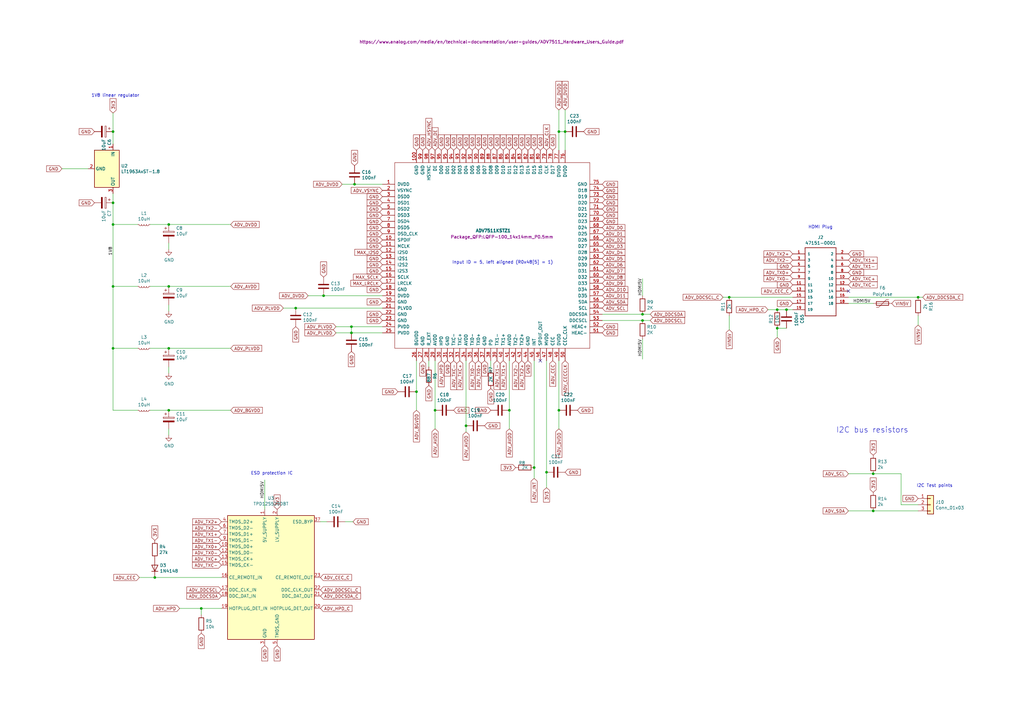
<source format=kicad_sch>
(kicad_sch (version 20230121) (generator eeschema)
  (paper "A3")
  (title_block (rev "0.1") (company "deFEEST"))
  (lib_symbols
    (symbol "47151-0001:47151-0001" (pin_names (offset 1.016))
      (property "Reference" "J" (at 19.05 7.62 0))
      (property "Value" "47151-0001" (at 19.05 5.08 0))
      (symbol "47151-0001_0_0"
        (polyline (pts (xy 5.08 2.54) (xy 5.08 -25.4)) (stroke (width 0.254)))
        (polyline (pts (xy 5.08 2.54) (xy 17.78 2.54)) (stroke (width 0.254)))
        (polyline (pts (xy 17.78 -25.4) (xy 5.08 -25.4)) (stroke (width 0.254)))
        (polyline (pts (xy 17.78 -25.4) (xy 17.78 2.54)) (stroke (width 0.254)))
        (pin bidirectional line (at 0 0 0) (length 5.08) (name "1") (number "1"))
        (pin bidirectional line (at 22.86 -10.16 180) (length 5.08) (name "10") (number "10"))
        (pin bidirectional line (at 0 -12.7 0) (length 5.08) (name "11") (number "11"))
        (pin bidirectional line (at 22.86 -12.7 180) (length 5.08) (name "12") (number "12"))
        (pin bidirectional line (at 0 -15.24 0) (length 5.08) (name "13") (number "13"))
        (pin bidirectional line (at 22.86 -15.24 180) (length 5.08) (name "14") (number "14"))
        (pin bidirectional line (at 0 -17.78 0) (length 5.08) (name "15") (number "15"))
        (pin bidirectional line (at 22.86 -17.78 180) (length 5.08) (name "16") (number "16"))
        (pin bidirectional line (at 0 -20.32 0) (length 5.08) (name "17") (number "17"))
        (pin bidirectional line (at 22.86 -20.32 180) (length 5.08) (name "18") (number "18"))
        (pin bidirectional line (at 0 -22.86 0) (length 5.08) (name "19") (number "19"))
        (pin bidirectional line (at 22.86 0 180) (length 5.08) (name "2") (number "2"))
        (pin bidirectional line (at 0 -2.54 0) (length 5.08) (name "3") (number "3"))
        (pin bidirectional line (at 22.86 -2.54 180) (length 5.08) (name "4") (number "4"))
        (pin bidirectional line (at 0 -5.08 0) (length 5.08) (name "5") (number "5"))
        (pin bidirectional line (at 22.86 -5.08 180) (length 5.08) (name "6") (number "6"))
        (pin bidirectional line (at 0 -7.62 0) (length 5.08) (name "7") (number "7"))
        (pin bidirectional line (at 22.86 -7.62 180) (length 5.08) (name "8") (number "8"))
        (pin bidirectional line (at 0 -10.16 0) (length 5.08) (name "9") (number "9"))
      )
    )
    (symbol "Connector_Generic:Conn_01x03" (pin_names (offset 1.016) hide)
      (property "Reference" "J" (at 0 5.08 0))
      (property "Value" "Conn_01x03" (at 0 -5.08 0))
      (symbol "Conn_01x03_1_1"
        (rectangle (start -1.27 -2.413) (end 0 -2.667) (stroke (width 0.1524)))
        (rectangle (start -1.27 0.127) (end 0 -0.127) (stroke (width 0.1524)))
        (rectangle (start -1.27 2.667) (end 0 2.413) (stroke (width 0.1524)))
        (rectangle (start -1.27 3.81) (end 1.27 -3.81) (stroke (width 0.254)) (fill (type background)))
        (pin passive line (at -5.08 2.54 0) (length 3.81) (name "Pin_1") (number "1"))
        (pin passive line (at -5.08 0 0) (length 3.81) (name "Pin_2") (number "2"))
        (pin passive line (at -5.08 -2.54 0) (length 3.81) (name "Pin_3") (number "3"))
      )
    )
    (symbol "Device:C" (pin_numbers hide) (pin_names (offset 0.254))
      (property "Reference" "C" (at 0.635 2.54 0))
      (property "Value" "C" (at 0.635 -2.54 0))
      (symbol "C_0_1"
        (polyline (pts (xy -2.032 -0.762) (xy 2.032 -0.762)) (stroke (width 0.508)))
        (polyline (pts (xy -2.032 0.762) (xy 2.032 0.762)) (stroke (width 0.508)))
      )
      (symbol "C_1_1"
        (pin passive line (at 0 3.81 270) (length 2.794) (name "~") (number "1"))
        (pin passive line (at 0 -3.81 90) (length 2.794) (name "~") (number "2"))
      )
    )
    (symbol "Device:CP" (pin_numbers hide) (pin_names (offset 0.254))
      (property "Reference" "C" (at 0.635 2.54 0))
      (property "Value" "Device_CP" (at 0.635 -2.54 0))
      (symbol "CP_0_1"
        (rectangle (start -2.286 0.508) (end 2.286 1.016))
        (polyline (pts (xy -1.778 2.286) (xy -0.762 2.286)))
        (polyline (pts (xy -1.27 2.794) (xy -1.27 1.778)))
        (rectangle (start 2.286 -0.508) (end -2.286 -1.016) (fill (type outline)))
      )
      (symbol "CP_1_1"
        (pin passive line (at 0 3.81 270) (length 2.794) (name "~") (number "1"))
        (pin passive line (at 0 -3.81 90) (length 2.794) (name "~") (number "2"))
      )
    )
    (symbol "Device:D" (pin_numbers hide) (pin_names (offset 1.016) hide)
      (property "Reference" "D" (at 0 2.54 0))
      (property "Value" "D" (at 0 -2.54 0))
      (symbol "D_0_1"
        (polyline (pts (xy -1.27 1.27) (xy -1.27 -1.27)) (stroke (width 0.254)))
        (polyline (pts (xy 1.27 0) (xy -1.27 0)))
        (polyline (pts (xy 1.27 1.27) (xy 1.27 -1.27) (xy -1.27 0) (xy 1.27 1.27)) (stroke (width 0.254)))
      )
      (symbol "D_1_1"
        (pin passive line (at -3.81 0 0) (length 2.54) (name "K") (number "1"))
        (pin passive line (at 3.81 0 180) (length 2.54) (name "A") (number "2"))
      )
    )
    (symbol "Device:L_Small" (pin_numbers hide) (pin_names (offset 0.254) hide)
      (property "Reference" "L" (at 0.762 1.016 0))
      (property "Value" "L_Small" (at 0.762 -1.016 0))
      (symbol "L_Small_0_1"
        (arc (start 0 -2.032) (mid 0.5058 -1.524) (end 0 -1.016))
        (arc (start 0 -1.016) (mid 0.5058 -0.508) (end 0 0))
        (arc (start 0 0) (mid 0.5058 0.508) (end 0 1.016))
        (arc (start 0 1.016) (mid 0.5058 1.524) (end 0 2.032))
      )
      (symbol "L_Small_1_1"
        (pin passive line (at 0 2.54 270) (length 0.508) (name "~") (number "1"))
        (pin passive line (at 0 -2.54 90) (length 0.508) (name "~") (number "2"))
      )
    )
    (symbol "Device:Polyfuse" (pin_numbers hide) (pin_names (offset 0))
      (property "Reference" "F" (at -2.54 0 90))
      (property "Value" "Polyfuse" (at 2.54 0 90))
      (symbol "Polyfuse_0_1"
        (rectangle (start -0.762 2.54) (end 0.762 -2.54) (stroke (width 0.254)))
        (polyline (pts (xy 0 2.54) (xy 0 -2.54)))
        (polyline (pts (xy -1.524 2.54) (xy -1.524 1.524) (xy 1.524 -1.524) (xy 1.524 -2.54)))
      )
      (symbol "Polyfuse_1_1"
        (pin passive line (at 0 3.81 270) (length 1.27) (name "~") (number "1"))
        (pin passive line (at 0 -3.81 90) (length 1.27) (name "~") (number "2"))
      )
    )
    (symbol "Device:R" (pin_numbers hide) (pin_names (offset 0))
      (property "Reference" "R" (at 2.032 0 90))
      (property "Value" "R" (at 0 0 90))
      (symbol "R_0_1"
        (rectangle (start -1.016 -2.54) (end 1.016 2.54) (stroke (width 0.254)))
      )
      (symbol "R_1_1"
        (pin passive line (at 0 3.81 270) (length 1.27) (name "~") (number "1"))
        (pin passive line (at 0 -3.81 90) (length 1.27) (name "~") (number "2"))
      )
    )
    (symbol "Interface_HDMI:TPD12S520DBT"
      (property "Reference" "U" (at -17.78 26.67 0))
      (property "Value" "TPD12S520DBT" (at 17.78 26.67 0))
      (symbol "TPD12S520DBT_0_1"
        (rectangle (start -17.78 25.4) (end 17.78 -25.4) (stroke (width 0.254)) (fill (type background)))
      )
      (symbol "TPD12S520DBT_1_1"
        (pin power_in line (at -2.54 27.94 270) (length 2.54) (name "5V_SUPPLY") (number "1"))
        (pin passive line (at -20.32 12.7 0) (length 2.54) (name "TMDS_D0+") (number "10"))
        (pin passive line (at 2.54 -27.94 90) (length 2.54) hide (name "TMDS_GND") (number "11"))
        (pin passive line (at -20.32 10.16 0) (length 2.54) (name "TMDS_D0-") (number "12"))
        (pin passive line (at -20.32 7.62 0) (length 2.54) (name "TMDS_CK+") (number "13"))
        (pin passive line (at 2.54 -27.94 90) (length 2.54) hide (name "TMDS_GND") (number "14"))
        (pin passive line (at -20.32 5.08 0) (length 2.54) (name "TMDS_CK-") (number "15"))
        (pin bidirectional line (at -20.32 0 0) (length 2.54) (name "CE_REMOTE_IN") (number "16"))
        (pin bidirectional line (at -20.32 -5.08 0) (length 2.54) (name "DDC_CLK_IN") (number "17"))
        (pin bidirectional line (at -20.32 -7.62 0) (length 2.54) (name "DDC_DAT_IN") (number "18"))
        (pin bidirectional line (at -20.32 -12.7 0) (length 2.54) (name "HOTPLUG_DET_IN") (number "19"))
        (pin power_in line (at 2.54 27.94 270) (length 2.54) (name "LV_SUPPLY") (number "2"))
        (pin bidirectional line (at 20.32 -12.7 180) (length 2.54) (name "HOTPLUG_DET_OUT") (number "20"))
        (pin bidirectional line (at 20.32 -7.62 180) (length 2.54) (name "DDC_DAT_OUT") (number "21"))
        (pin bidirectional line (at 20.32 -5.08 180) (length 2.54) (name "DDC_CLK_OUT") (number "22"))
        (pin bidirectional line (at 20.32 0 180) (length 2.54) (name "CE_REMOTE_OUT") (number "23"))
        (pin passive line (at -20.32 5.08 0) (length 2.54) hide (name "TMDS_CK-") (number "24"))
        (pin passive line (at 2.54 -27.94 90) (length 2.54) hide (name "TMDS_GND") (number "25"))
        (pin passive line (at -20.32 7.62 0) (length 2.54) hide (name "TMDS_CK+") (number "26"))
        (pin passive line (at -20.32 10.16 0) (length 2.54) hide (name "TMDS_D0-") (number "27"))
        (pin passive line (at 2.54 -27.94 90) (length 2.54) hide (name "TMDS_GND") (number "28"))
        (pin passive line (at -20.32 12.7 0) (length 2.54) hide (name "TMDS_D0+") (number "29"))
        (pin power_in line (at -2.54 -27.94 90) (length 2.54) (name "GND") (number "3"))
        (pin passive line (at -20.32 15.24 0) (length 2.54) hide (name "TMDS_D1-") (number "30"))
        (pin passive line (at 2.54 -27.94 90) (length 2.54) hide (name "TMDS_GND") (number "31"))
        (pin passive line (at -20.32 17.78 0) (length 2.54) hide (name "TMDS_D1+") (number "32"))
        (pin passive line (at -20.32 20.32 0) (length 2.54) hide (name "TMDS_D2-") (number "33"))
        (pin passive line (at 2.54 -27.94 90) (length 2.54) hide (name "TMDS_GND") (number "34"))
        (pin passive line (at -20.32 22.86 0) (length 2.54) hide (name "TMDS_D2+") (number "35"))
        (pin passive line (at -2.54 -27.94 90) (length 2.54) hide (name "GND") (number "36"))
        (pin passive line (at 20.32 22.86 180) (length 2.54) (name "ESD_BYP") (number "37"))
        (pin no_connect line (at 17.78 20.32 180) (length 2.54) hide (name "NC") (number "38"))
        (pin passive line (at -20.32 22.86 0) (length 2.54) (name "TMDS_D2+") (number "4"))
        (pin passive line (at 2.54 -27.94 90) (length 2.54) (name "TMDS_GND") (number "5"))
        (pin passive line (at -20.32 20.32 0) (length 2.54) (name "TMDS_D2-") (number "6"))
        (pin passive line (at -20.32 17.78 0) (length 2.54) (name "TMDS_D1+") (number "7"))
        (pin passive line (at 2.54 -27.94 90) (length 2.54) hide (name "TMDS_GND") (number "8"))
        (pin passive line (at -20.32 15.24 0) (length 2.54) (name "TMDS_D1-") (number "9"))
      )
    )
    (symbol "Regulator_Linear:LT1963AxST-1.8"
      (property "Reference" "U" (at -7.62 6.35 0))
      (property "Value" "LT1963AxST-1.8" (at -1.27 6.35 0))
      (symbol "LT1963AxST-1.8_0_1"
        (rectangle (start -7.62 5.08) (end 7.62 -5.08) (stroke (width 0.254)) (fill (type background)))
      )
      (symbol "LT1963AxST-1.8_1_1"
        (pin power_in line (at -10.16 2.54 0) (length 2.54) (name "IN") (number "1"))
        (pin power_in line (at 0 -7.62 90) (length 2.54) (name "GND") (number "2"))
        (pin power_out line (at 10.16 2.54 180) (length 2.54) (name "OUT") (number "3"))
      )
    )
    (symbol "adv7511:adv7511kstz" (pin_names (offset 1.016))
      (property "Reference" "ADV7511KSTZ" (at 7.62 63.5 0))
      (property "Footprint" "Package_QFP:LQFP-100_14x14mm_P0.5mm" (at 10.16 71.12 0))
      (symbol "adv7511kstz_0_0"
        (pin power_in line (at -34.29 99.06 0) (length 5.08) (name "DVDD") (number "1"))
        (pin input line (at -34.29 76.2 0) (length 5.08) (name "SPDIF") (number "10"))
        (pin power_in line (at -20.32 113.03 270) (length 5.08) (name "GND") (number "100"))
        (pin input line (at -34.29 73.66 0) (length 5.08) (name "MCLK") (number "11"))
        (pin input line (at -34.29 71.12 0) (length 5.08) (name "I2S0") (number "12"))
        (pin input line (at -34.29 68.58 0) (length 5.08) (name "I2S1") (number "13"))
        (pin input line (at -34.29 66.04 0) (length 5.08) (name "I2S2") (number "14"))
        (pin input line (at -34.29 63.5 0) (length 5.08) (name "I2S3") (number "15"))
        (pin input line (at -34.29 60.96 0) (length 5.08) (name "SCLK") (number "16"))
        (pin input line (at -34.29 58.42 0) (length 5.08) (name "LRCLK") (number "17"))
        (pin power_in line (at -34.29 55.88 0) (length 5.08) (name "GND") (number "18"))
        (pin power_in line (at -34.29 53.34 0) (length 5.08) (name "DVDD") (number "19"))
        (pin input line (at -34.29 96.52 0) (length 5.08) (name "VSYNC") (number "2"))
        (pin power_in line (at -34.29 50.8 0) (length 5.08) (name "GND") (number "20"))
        (pin power_in line (at -34.29 48.26 0) (length 5.08) (name "PLVDD") (number "21"))
        (pin power_in line (at -34.29 45.72 0) (length 5.08) (name "GND") (number "22"))
        (pin power_in line (at -34.29 43.18 0) (length 5.08) (name "GND") (number "23"))
        (pin power_in line (at -34.29 40.64 0) (length 5.08) (name "PVDD") (number "24"))
        (pin power_in line (at -34.29 38.1 0) (length 5.08) (name "PVDD") (number "25"))
        (pin power_in line (at -20.32 26.67 90) (length 5.08) (name "BGVDD") (number "26"))
        (pin power_in line (at -17.78 26.67 90) (length 5.08) (name "GND") (number "27"))
        (pin power_out line (at -15.24 26.67 90) (length 5.08) (name "R_EXT") (number "28"))
        (pin power_in line (at -12.7 26.67 90) (length 5.08) (name "AVDD") (number "29"))
        (pin input line (at -34.29 93.98 0) (length 5.08) (name "DSD0") (number "3"))
        (pin input line (at -10.16 26.67 90) (length 5.08) (name "HPD") (number "30"))
        (pin power_in line (at -7.62 26.67 90) (length 5.08) (name "GND") (number "31"))
        (pin output line (at -5.08 26.67 90) (length 5.08) (name "TXC-") (number "32"))
        (pin output line (at -2.54 26.67 90) (length 5.08) (name "TXC+") (number "33"))
        (pin power_in line (at 0 26.67 90) (length 5.08) (name "AVDD") (number "34"))
        (pin output line (at 2.54 26.67 90) (length 5.08) (name "TX0-") (number "35"))
        (pin output line (at 5.08 26.67 90) (length 5.08) (name "TX0+") (number "36"))
        (pin power_in line (at 7.62 26.67 90) (length 5.08) (name "GND") (number "37"))
        (pin input line (at 10.16 26.67 90) (length 5.08) (name "PD") (number "38"))
        (pin output line (at 12.7 26.67 90) (length 5.08) (name "TX1-") (number "39"))
        (pin input line (at -34.29 91.44 0) (length 5.08) (name "DSD1") (number "4"))
        (pin output line (at 15.24 26.67 90) (length 5.08) (name "TX1+") (number "40"))
        (pin power_in line (at 17.78 26.67 90) (length 5.08) (name "AVDD") (number "41"))
        (pin output line (at 20.32 26.67 90) (length 5.08) (name "TX2-") (number "42"))
        (pin output line (at 22.86 26.67 90) (length 5.08) (name "TX2+") (number "43"))
        (pin power_in line (at 25.4 26.67 90) (length 5.08) (name "GND") (number "44"))
        (pin output line (at 27.94 26.67 90) (length 5.08) (name "INT") (number "45"))
        (pin output line (at 30.48 26.67 90) (length 5.08) (name "SPDIF_OUT") (number "46"))
        (pin power_in line (at 33.02 26.67 90) (length 5.08) (name "MVDD") (number "47"))
        (pin bidirectional line (at 35.56 26.67 90) (length 5.08) (name "CEC") (number "48"))
        (pin power_in line (at 38.1 26.67 90) (length 5.08) (name "DVDD") (number "49"))
        (pin input line (at -34.29 88.9 0) (length 5.08) (name "DSD2") (number "5"))
        (pin input line (at 40.64 26.67 90) (length 5.08) (name "CEC_CLK") (number "50"))
        (pin input line (at 55.88 38.1 180) (length 5.08) (name "HEAC-") (number "51"))
        (pin input line (at 55.88 40.64 180) (length 5.08) (name "HEAC+") (number "52"))
        (pin output line (at 55.88 43.18 180) (length 5.08) (name "DDCSCL") (number "53"))
        (pin bidirectional line (at 55.88 45.72 180) (length 5.08) (name "DDCSDA") (number "54"))
        (pin input line (at 55.88 48.26 180) (length 5.08) (name "SCL") (number "55"))
        (pin bidirectional line (at 55.88 50.8 180) (length 5.08) (name "SDA") (number "56"))
        (pin input line (at 55.88 53.34 180) (length 5.08) (name "D35") (number "57"))
        (pin input line (at 55.88 55.88 180) (length 5.08) (name "D34") (number "58"))
        (pin input line (at 55.88 58.42 180) (length 5.08) (name "D33") (number "59"))
        (pin input line (at -34.29 86.36 0) (length 5.08) (name "DSD3") (number "6"))
        (pin input line (at 55.88 60.96 180) (length 5.08) (name "D32") (number "60"))
        (pin input line (at 55.88 63.5 180) (length 5.08) (name "D31") (number "61"))
        (pin input line (at 55.88 66.04 180) (length 5.08) (name "D30") (number "62"))
        (pin input line (at 55.88 68.58 180) (length 5.08) (name "D29") (number "63"))
        (pin input line (at 55.88 71.12 180) (length 5.08) (name "D28") (number "64"))
        (pin input line (at 55.88 73.66 180) (length 5.08) (name "D27") (number "65"))
        (pin input line (at 55.88 76.2 180) (length 5.08) (name "D26") (number "66"))
        (pin input line (at 55.88 78.74 180) (length 5.08) (name "D25") (number "67"))
        (pin input line (at 55.88 81.28 180) (length 5.08) (name "D24") (number "68"))
        (pin input line (at 55.88 83.82 180) (length 5.08) (name "D23") (number "69"))
        (pin input line (at -34.29 83.82 0) (length 5.08) (name "DSD4") (number "7"))
        (pin input line (at 55.88 86.36 180) (length 5.08) (name "D22") (number "70"))
        (pin input line (at 55.88 88.9 180) (length 5.08) (name "D21") (number "71"))
        (pin input line (at 55.88 91.44 180) (length 5.08) (name "D20") (number "72"))
        (pin input line (at 55.88 93.98 180) (length 5.08) (name "D19") (number "73"))
        (pin input line (at 55.88 96.52 180) (length 5.08) (name "D18") (number "74"))
        (pin input line (at 55.88 99.06 180) (length 5.08) (name "GND") (number "75"))
        (pin input line (at 40.64 113.03 270) (length 5.08) (name "DVDD") (number "76"))
        (pin input line (at 38.1 113.03 270) (length 5.08) (name "DVDD") (number "77"))
        (pin input line (at 35.56 113.03 270) (length 5.08) (name "D17") (number "78"))
        (pin input line (at 33.02 113.03 270) (length 5.08) (name "CLK") (number "79"))
        (pin input line (at -34.29 81.28 0) (length 5.08) (name "DSD5") (number "8"))
        (pin input line (at 30.48 113.03 270) (length 5.08) (name "D16") (number "80"))
        (pin input line (at 27.94 113.03 270) (length 5.08) (name "D15") (number "81"))
        (pin input line (at 25.4 113.03 270) (length 5.08) (name "D14") (number "82"))
        (pin input line (at 22.86 113.03 270) (length 5.08) (name "D13") (number "83"))
        (pin input line (at 20.32 113.03 270) (length 5.08) (name "D12") (number "84"))
        (pin input line (at 17.78 113.03 270) (length 5.08) (name "D11") (number "85"))
        (pin input line (at 15.24 113.03 270) (length 5.08) (name "D10") (number "86"))
        (pin input line (at 12.7 113.03 270) (length 5.08) (name "D09") (number "87"))
        (pin input line (at 10.16 113.03 270) (length 5.08) (name "D08") (number "88"))
        (pin input line (at 7.62 113.03 270) (length 5.08) (name "D07") (number "89"))
        (pin input line (at -34.29 78.74 0) (length 5.08) (name "DSD_CLK") (number "9"))
        (pin input line (at 5.08 113.03 270) (length 5.08) (name "D06") (number "90"))
        (pin input line (at 2.54 113.03 270) (length 5.08) (name "D05") (number "91"))
        (pin input line (at 0 113.03 270) (length 5.08) (name "D04") (number "92"))
        (pin input line (at -2.54 113.03 270) (length 5.08) (name "D03") (number "93"))
        (pin input line (at -5.08 113.03 270) (length 5.08) (name "D02") (number "94"))
        (pin input line (at -7.62 113.03 270) (length 5.08) (name "D01") (number "95"))
        (pin input line (at -10.16 113.03 270) (length 5.08) (name "D00") (number "96"))
        (pin input line (at -12.7 113.03 270) (length 5.08) (name "DE") (number "97"))
        (pin input line (at -15.24 113.03 270) (length 5.08) (name "HSYNC") (number "98"))
        (pin power_in line (at -17.78 113.03 270) (length 5.08) (name "GND") (number "99"))
      )
      (symbol "adv7511kstz_0_1"
        (rectangle (start -29.21 31.75) (end 50.8 107.95))
      )
    )
    (symbol "power:GND" (power) (pin_names (offset 0))
      (property "Value" "GND" (at 0 -3.81 0))
      (symbol "GND_0_1"
        (polyline (pts (xy 0 0) (xy 0 -1.27) (xy 1.27 -1.27) (xy 0 -2.54) (xy -1.27 -1.27) (xy 0 -1.27)))
      )
      (symbol "GND_1_1"
        (pin power_in line (at 0 0 270) (length 0) hide (name "GND") (number "1"))
      )
    )
  )
  (junction (at 219.075 191.77))
  (junction (at 144.145 133.985))
  (junction (at 191.135 174.625))
  (junction (at 69.215 168.275))
  (junction (at 208.915 168.275))
  (junction (at 231.775 53.975))
  (junction (at 132.715 121.285))
  (junction (at 46.355 92.075))
  (junction (at 322.58 127))
  (junction (at 82.55 249.555))
  (junction (at 358.14 209.55))
  (junction (at 46.355 142.875))
  (junction (at 145.415 75.565))
  (junction (at 229.235 168.275))
  (junction (at 318.77 134.62))
  (junction (at 69.215 92.075))
  (junction (at 69.215 117.475))
  (junction (at 358.14 194.31))
  (junction (at 376.555 121.92))
  (junction (at 224.155 193.675))
  (junction (at 299.085 121.92))
  (junction (at 46.355 53.975))
  (junction (at 229.235 53.975))
  (junction (at 46.355 117.475))
  (junction (at 69.215 142.875))
  (junction (at 263.525 131.445))
  (junction (at 46.355 83.185))
  (junction (at 63.5 236.855))
  (junction (at 318.77 127))
  (junction (at 263.525 128.905))
  (junction (at 121.285 126.365))
  (junction (at 170.815 160.655))
  (junction (at 178.435 168.275))
  (junction (at 144.145 136.525))
  (no_connect (at 347.98 119.38))
  (no_connect (at 221.615 147.955))
  (wire (pts (xy 318.77 134.62) (xy 322.58 134.62)))
  (wire (pts (xy 224.155 147.955) (xy 224.155 193.675)))
  (wire (pts (xy 63.5 236.855) (xy 90.805 236.855)))
  (wire (pts (xy 369.57 207.01) (xy 369.57 194.31)))
  (wire (pts (xy 69.215 168.275) (xy 61.595 168.275)))
  (wire (pts (xy 229.235 53.975) (xy 229.235 45.085)))
  (wire (pts (xy 318.77 127) (xy 314.96 127)))
  (wire (pts (xy 178.435 168.275) (xy 178.435 147.955)))
  (wire (pts (xy 378.46 121.92) (xy 376.555 121.92)))
  (wire (pts (xy 121.285 126.365) (xy 116.205 126.365)))
  (wire (pts (xy 69.215 99.695) (xy 69.215 102.235)))
  (wire (pts (xy 145.415 75.565) (xy 140.335 75.565)))
  (wire (pts (xy 144.78 213.995) (xy 141.605 213.995)))
  (wire (pts (xy 266.7 131.445) (xy 263.525 131.445)))
  (wire (pts (xy 263.525 139.065) (xy 263.525 147.32)))
  (wire (pts (xy 347.98 209.55) (xy 358.14 209.55)))
  (wire (pts (xy 358.14 194.31) (xy 369.57 194.31)))
  (wire (pts (xy 175.895 147.955) (xy 175.895 150.495)))
  (wire (pts (xy 229.235 61.595) (xy 229.235 53.975)))
  (wire (pts (xy 219.075 147.955) (xy 219.075 191.77)))
  (wire (pts (xy 144.145 133.985) (xy 137.795 133.985)))
  (wire (pts (xy 69.215 92.075) (xy 61.595 92.075)))
  (wire (pts (xy 229.235 168.275) (xy 229.235 175.895)))
  (wire (pts (xy 46.355 59.055) (xy 46.355 53.975)))
  (wire (pts (xy 90.805 249.555) (xy 82.55 249.555)))
  (wire (pts (xy 347.98 124.46) (xy 358.14 124.46)))
  (wire (pts (xy 46.355 142.875) (xy 46.355 117.475)))
  (wire (pts (xy 156.845 75.565) (xy 145.415 75.565)))
  (wire (pts (xy 231.775 61.595) (xy 231.775 53.975)))
  (wire (pts (xy 318.77 134.62) (xy 318.77 138.43)))
  (wire (pts (xy 263.525 128.905) (xy 266.7 128.905)))
  (wire (pts (xy 56.515 117.475) (xy 46.355 117.475)))
  (wire (pts (xy 208.915 168.275) (xy 208.915 147.955)))
  (wire (pts (xy 156.845 121.285) (xy 132.715 121.285)))
  (wire (pts (xy 69.215 92.075) (xy 94.615 92.075)))
  (wire (pts (xy 376.555 129.54) (xy 376.555 133.35)))
  (wire (pts (xy 56.515 142.875) (xy 46.355 142.875)))
  (wire (pts (xy 46.355 83.185) (xy 46.355 92.075)))
  (wire (pts (xy 325.12 127) (xy 322.58 127)))
  (wire (pts (xy 299.085 129.54) (xy 299.085 135.2549)))
  (wire (pts (xy 56.515 168.275) (xy 46.355 168.275)))
  (wire (pts (xy 201.295 147.955) (xy 201.295 151.765)))
  (wire (pts (xy 46.355 79.375) (xy 46.355 83.185)))
  (wire (pts (xy 231.775 53.975) (xy 229.235 53.975)))
  (wire (pts (xy 247.015 128.905) (xy 263.525 128.905)))
  (wire (pts (xy 57.15 236.855) (xy 63.5 236.855)))
  (wire (pts (xy 25.4 69.215) (xy 36.195 69.215)))
  (wire (pts (xy 82.55 252.095) (xy 82.55 249.555)))
  (wire (pts (xy 69.215 175.895) (xy 69.215 178.435)))
  (wire (pts (xy 69.215 117.475) (xy 94.615 117.475)))
  (wire (pts (xy 170.815 147.955) (xy 170.815 160.655)))
  (wire (pts (xy 224.155 193.675) (xy 224.155 200.025)))
  (wire (pts (xy 46.355 92.075) (xy 56.515 92.075)))
  (wire (pts (xy 156.845 133.985) (xy 144.145 133.985)))
  (wire (pts (xy 131.445 213.995) (xy 133.985 213.995)))
  (wire (pts (xy 69.215 117.475) (xy 61.595 117.475)))
  (wire (pts (xy 156.845 126.365) (xy 121.285 126.365)))
  (wire (pts (xy 219.075 191.77) (xy 219.075 196.215)))
  (wire (pts (xy 229.235 147.955) (xy 229.235 168.275)))
  (wire (pts (xy 46.355 142.875) (xy 46.355 168.275)))
  (wire (pts (xy 296.545 121.92) (xy 299.085 121.92)))
  (wire (pts (xy 191.135 174.625) (xy 191.135 177.165)))
  (wire (pts (xy 69.215 168.275) (xy 94.615 168.275)))
  (wire (pts (xy 69.215 142.875) (xy 61.595 142.875)))
  (wire (pts (xy 82.55 249.555) (xy 73.66 249.555)))
  (wire (pts (xy 46.355 92.075) (xy 46.355 117.475)))
  (wire (pts (xy 347.98 194.31) (xy 358.14 194.31)))
  (wire (pts (xy 69.215 125.095) (xy 69.215 127.635)))
  (wire (pts (xy 263.525 121.285) (xy 263.525 114.3)))
  (wire (pts (xy 208.915 175.895) (xy 208.915 168.275)))
  (wire (pts (xy 144.145 136.525) (xy 137.795 136.525)))
  (wire (pts (xy 144.145 133.985) (xy 144.145 136.525)))
  (wire (pts (xy 178.435 175.895) (xy 178.435 168.275)))
  (wire (pts (xy 376.555 207.01) (xy 369.57 207.01)))
  (wire (pts (xy 322.58 127) (xy 318.77 127)))
  (wire (pts (xy 263.525 131.445) (xy 247.015 131.445)))
  (wire (pts (xy 132.715 121.285) (xy 126.365 121.285)))
  (wire (pts (xy 299.085 121.92) (xy 325.12 121.92)))
  (wire (pts (xy 170.815 160.655) (xy 170.815 168.275)))
  (wire (pts (xy 358.14 209.55) (xy 376.555 209.55)))
  (wire (pts (xy 69.215 150.495) (xy 69.215 153.035)))
  (wire (pts (xy 191.135 147.955) (xy 191.135 174.625)))
  (wire (pts (xy 156.845 136.525) (xy 144.145 136.525)))
  (wire (pts (xy 347.98 121.92) (xy 376.555 121.92)))
  (wire (pts (xy 46.355 46.355) (xy 46.355 53.975)))
  (wire (pts (xy 231.775 53.975) (xy 231.775 45.085)))
  (wire (pts (xy 69.215 142.875) (xy 94.615 142.875)))
  (wire (pts (xy 108.585 208.915) (xy 108.585 196.85)))
  (text "1V8 linear regulator" (at 37.465 40.005 0) (effects (font (size 1.27 1.27)) (justify left bottom)))
  (text "HDMI Plug" (at 331.47 93.98 0) (effects (font (size 1.27 1.27)) (justify left bottom)))
  (text "Input ID = 5, left aligned (R0x48[5] = 1) \n\n" (at 185.42 110.49 0) (effects (font (size 1.27 1.27)) (justify left bottom)))
  (text "ESD protection IC" (at 102.87 194.945 0) (effects (font (size 1.27 1.27)) (justify left bottom)))
  (text "I2C Test points\n" (at 375.92 200.025 0) (effects (font (size 1.27 1.27)) (justify left bottom)))
  (text "I2C bus resistors\n" (at 342.9 177.8 0) (effects (font (size 2.2606 2.2606)) (justify left bottom)))
  (label "HDMI5V" (at 349.885 124.46 0))
  (label "HDMI5V" (at 263.525 121.285 90))
  (label "HDMI5V" (at 263.525 139.065 270))
  (label "1V8" (at 46.355 104.775 90))
  (label "HDMI5V" (at 108.585 204.47 90))
  (global_label "ADV_SDA" (shape input) (at 247.015 123.825 0) (property "Intersheetrefs" "${INTERSHEET_REFS}" (effects hide)))
  (global_label "GND" (shape input) (at 183.515 147.955 270) (property "Intersheetrefs" "${INTERSHEET_REFS}" (effects hide)))
  (global_label "VIN5V" (shape input) (at 376.555 133.35 270) (property "Intersheetrefs" "${INTERSHEET_REFS}" (effects hide)))
  (global_label "ADV_DVDD" (shape input) (at 229.235 175.895 270) (property "Intersheetrefs" "${INTERSHEET_REFS}" (effects hide)))
  (global_label "GND" (shape input) (at 156.845 100.965 180) (property "Intersheetrefs" "${INTERSHEET_REFS}" (effects hide)))
  (global_label "ADV_HSYNC" (shape input) (at 175.895 61.595 90) (property "Intersheetrefs" "${INTERSHEET_REFS}" (effects hide)))
  (global_label "GND" (shape input) (at 226.695 61.595 90) (property "Intersheetrefs" "${INTERSHEET_REFS}" (effects hide)))
  (global_label "ADV_D2" (shape input) (at 247.015 98.425 0) (property "Intersheetrefs" "${INTERSHEET_REFS}" (effects hide)))
  (global_label "GND" (shape input) (at 247.015 78.105 0) (property "Intersheetrefs" "${INTERSHEET_REFS}" (effects hide)))
  (global_label "GND" (shape input) (at 38.735 53.975 180) (property "Intersheetrefs" "${INTERSHEET_REFS}" (effects hide)))
  (global_label "MAX_I2S0" (shape input) (at 156.845 103.505 180) (property "Intersheetrefs" "${INTERSHEET_REFS}" (effects hide)))
  (global_label "ADV_DE" (shape input) (at 178.435 61.595 90) (property "Intersheetrefs" "${INTERSHEET_REFS}" (effects hide)))
  (global_label "ADV_TX1-" (shape input) (at 90.805 221.615 180) (property "Intersheetrefs" "${INTERSHEET_REFS}" (effects hide)))
  (global_label "GND" (shape input) (at 144.145 144.145 270) (property "Intersheetrefs" "${INTERSHEET_REFS}" (effects hide)))
  (global_label "ADV_DVDD" (shape input) (at 231.775 45.085 90) (property "Intersheetrefs" "${INTERSHEET_REFS}" (effects hide)))
  (global_label "ADV_CEC_C" (shape input) (at 131.445 236.855 0) (property "Intersheetrefs" "${INTERSHEET_REFS}" (effects hide)))
  (global_label "ADV_TX0+" (shape input) (at 196.215 147.955 270) (property "Intersheetrefs" "${INTERSHEET_REFS}" (effects hide)))
  (global_label "ADV_D4" (shape input) (at 247.015 103.505 0) (property "Intersheetrefs" "${INTERSHEET_REFS}" (effects hide)))
  (global_label "GND" (shape input) (at 193.675 61.595 90) (property "Intersheetrefs" "${INTERSHEET_REFS}" (effects hide)))
  (global_label "ADV_CLK" (shape input) (at 224.155 61.595 90) (property "Intersheetrefs" "${INTERSHEET_REFS}" (effects hide)))
  (global_label "GND" (shape input) (at 156.845 108.585 180) (property "Intersheetrefs" "${INTERSHEET_REFS}" (effects hide)))
  (global_label "GND" (shape input) (at 247.015 85.725 0) (property "Intersheetrefs" "${INTERSHEET_REFS}" (effects hide)))
  (global_label "ADV_AVDD" (shape input) (at 94.615 117.475 0) (property "Intersheetrefs" "${INTERSHEET_REFS}" (effects hide)))
  (global_label "ADV_TX0-" (shape input) (at 90.805 226.695 180) (property "Intersheetrefs" "${INTERSHEET_REFS}" (effects hide)))
  (global_label "ADV_DDCSDA" (shape input) (at 90.805 244.475 180) (property "Intersheetrefs" "${INTERSHEET_REFS}" (effects hide)))
  (global_label "ADV_D11" (shape input) (at 247.015 121.285 0) (property "Intersheetrefs" "${INTERSHEET_REFS}" (effects hide)))
  (global_label "GND" (shape input) (at 247.015 136.525 0) (property "Intersheetrefs" "${INTERSHEET_REFS}" (effects hide)))
  (global_label "GND" (shape input) (at 145.415 67.945 90) (property "Intersheetrefs" "${INTERSHEET_REFS}" (effects hide)))
  (global_label "ADV_TXC-" (shape input) (at 90.805 231.775 180) (property "Intersheetrefs" "${INTERSHEET_REFS}" (effects hide)))
  (global_label "ADV_DVDD" (shape input) (at 229.235 45.085 90) (property "Intersheetrefs" "${INTERSHEET_REFS}" (effects hide)))
  (global_label "GND" (shape input) (at 183.515 61.595 90) (property "Intersheetrefs" "${INTERSHEET_REFS}" (effects hide)))
  (global_label "GND" (shape input) (at 156.845 123.825 180) (property "Intersheetrefs" "${INTERSHEET_REFS}" (effects hide)))
  (global_label "GND" (shape input) (at 156.845 118.745 180) (property "Intersheetrefs" "${INTERSHEET_REFS}" (effects hide)))
  (global_label "3V3" (shape input) (at 46.355 46.355 90) (property "Intersheetrefs" "${INTERSHEET_REFS}" (effects hide)))
  (global_label "GND" (shape input) (at 113.665 264.795 270) (property "Intersheetrefs" "${INTERSHEET_REFS}" (effects hide)))
  (global_label "3V3" (shape input) (at 358.14 201.93 90) (property "Intersheetrefs" "${INTERSHEET_REFS}" (effects hide)))
  (global_label "ADV_SCL" (shape input) (at 347.98 194.31 180) (property "Intersheetrefs" "${INTERSHEET_REFS}" (effects hide)))
  (global_label "GND" (shape input) (at 156.845 80.645 180) (property "Intersheetrefs" "${INTERSHEET_REFS}" (effects hide)))
  (global_label "ADV_D9" (shape input) (at 247.015 116.205 0) (property "Intersheetrefs" "${INTERSHEET_REFS}" (effects hide)))
  (global_label "GND" (shape input) (at 318.77 138.43 270) (property "Intersheetrefs" "${INTERSHEET_REFS}" (effects hide)))
  (global_label "ADV_DDCSDA_C" (shape input) (at 131.445 244.475 0) (property "Intersheetrefs" "${INTERSHEET_REFS}" (effects hide)))
  (global_label "ADV_D6" (shape input) (at 247.015 108.585 0) (property "Intersheetrefs" "${INTERSHEET_REFS}" (effects hide)))
  (global_label "ADV_TXC+" (shape input) (at 90.805 229.235 180) (property "Intersheetrefs" "${INTERSHEET_REFS}" (effects hide)))
  (global_label "ADV_HPD" (shape input) (at 73.66 249.555 180) (property "Intersheetrefs" "${INTERSHEET_REFS}" (effects hide)))
  (global_label "GND" (shape input) (at 247.015 88.265 0) (property "Intersheetrefs" "${INTERSHEET_REFS}" (effects hide)))
  (global_label "ADV_DDCSDA_C" (shape input) (at 378.46 121.92 0) (property "Intersheetrefs" "${INTERSHEET_REFS}" (effects hide)))
  (global_label "3V3" (shape input) (at 113.665 208.915 90) (property "Intersheetrefs" "${INTERSHEET_REFS}" (effects hide)))
  (global_label "GND" (shape input) (at 247.015 83.185 0) (property "Intersheetrefs" "${INTERSHEET_REFS}" (effects hide)))
  (global_label "GND" (shape input) (at 38.735 83.185 180) (property "Intersheetrefs" "${INTERSHEET_REFS}" (effects hide)))
  (global_label "ADV_HPD" (shape input) (at 180.975 147.955 270) (property "Intersheetrefs" "${INTERSHEET_REFS}" (effects hide)))
  (global_label "GND" (shape input) (at 239.395 53.975 0) (property "Intersheetrefs" "${INTERSHEET_REFS}" (effects hide)))
  (global_label "GND" (shape input) (at 180.975 61.595 90) (property "Intersheetrefs" "${INTERSHEET_REFS}" (effects hide)))
  (global_label "GND" (shape input) (at 156.845 95.885 180) (property "Intersheetrefs" "${INTERSHEET_REFS}" (effects hide)))
  (global_label "GND" (shape input) (at 156.845 85.725 180) (property "Intersheetrefs" "${INTERSHEET_REFS}" (effects hide)))
  (global_label "GND" (shape input) (at 201.295 61.595 90) (property "Intersheetrefs" "${INTERSHEET_REFS}" (effects hide)))
  (global_label "ADV_TX1+" (shape input) (at 90.805 219.075 180) (property "Intersheetrefs" "${INTERSHEET_REFS}" (effects hide)))
  (global_label "ADV_TX1+" (shape input) (at 347.98 106.68 0) (property "Intersheetrefs" "${INTERSHEET_REFS}" (effects hide)))
  (global_label "GND" (shape input) (at 121.285 133.985 270) (property "Intersheetrefs" "${INTERSHEET_REFS}" (effects hide)))
  (global_label "ADV_DDCSCL" (shape input) (at 90.805 241.935 180) (property "Intersheetrefs" "${INTERSHEET_REFS}" (effects hide)))
  (global_label "GND" (shape input) (at 186.055 61.595 90) (property "Intersheetrefs" "${INTERSHEET_REFS}" (effects hide)))
  (global_label "GND" (shape input) (at 201.295 159.385 270) (property "Intersheetrefs" "${INTERSHEET_REFS}" (effects hide)))
  (global_label "MAX_SCLK" (shape input) (at 156.845 113.665 180) (property "Intersheetrefs" "${INTERSHEET_REFS}" (effects hide)))
  (global_label "GND" (shape input) (at 186.055 168.275 0) (property "Intersheetrefs" "${INTERSHEET_REFS}" (effects hide)))
  (global_label "ADV_CEC_C" (shape input) (at 325.12 119.38 180) (property "Intersheetrefs" "${INTERSHEET_REFS}" (effects hide)))
  (global_label "GND" (shape input) (at 216.535 147.955 270) (property "Intersheetrefs" "${INTERSHEET_REFS}" (effects hide)))
  (global_label "GND" (shape input) (at 170.815 61.595 90) (property "Intersheetrefs" "${INTERSHEET_REFS}" (effects hide)))
  (global_label "ADV_TX2+" (shape input) (at 90.805 213.995 180) (property "Intersheetrefs" "${INTERSHEET_REFS}" (effects hide)))
  (global_label "ADV_AVDD" (shape input) (at 208.915 175.895 270) (property "Intersheetrefs" "${INTERSHEET_REFS}" (effects hide)))
  (global_label "GND" (shape input) (at 108.585 264.795 270) (property "Intersheetrefs" "${INTERSHEET_REFS}" (effects hide)))
  (global_label "ADV_BGVDD" (shape input) (at 170.815 168.275 270) (property "Intersheetrefs" "${INTERSHEET_REFS}" (effects hide)))
  (global_label "ADV_DVDD" (shape input) (at 140.335 75.565 180) (property "Intersheetrefs" "${INTERSHEET_REFS}" (effects hide)))
  (global_label "ADV_TX1-" (shape input) (at 203.835 147.955 270) (property "Intersheetrefs" "${INTERSHEET_REFS}" (effects hide)))
  (global_label "ADV_TX2-" (shape input) (at 211.455 147.955 270) (property "Intersheetrefs" "${INTERSHEET_REFS}" (effects hide)))
  (global_label "GND" (shape input) (at 156.845 111.125 180) (property "Intersheetrefs" "${INTERSHEET_REFS}" (effects hide)))
  (global_label "GND" (shape input) (at 156.845 128.905 180) (property "Intersheetrefs" "${INTERSHEET_REFS}" (effects hide)))
  (global_label "GND" (shape input) (at 203.835 61.595 90) (property "Intersheetrefs" "${INTERSHEET_REFS}" (effects hide)))
  (global_label "ADV_CEC" (shape input) (at 226.695 147.955 270) (property "Intersheetrefs" "${INTERSHEET_REFS}" (effects hide)))
  (global_label "ADV_TX2+" (shape input) (at 213.995 147.955 270) (property "Intersheetrefs" "${INTERSHEET_REFS}" (effects hide)))
  (global_label "ADV_BGVDD" (shape input) (at 94.615 168.275 0) (property "Intersheetrefs" "${INTERSHEET_REFS}" (effects hide)))
  (global_label "GND" (shape input) (at 82.55 259.715 270) (property "Intersheetrefs" "${INTERSHEET_REFS}" (effects hide)))
  (global_label "GND" (shape input) (at 216.535 61.595 90) (property "Intersheetrefs" "${INTERSHEET_REFS}" (effects hide)))
  (global_label "ADV_TXC-" (shape input) (at 347.98 116.84 0) (property "Intersheetrefs" "${INTERSHEET_REFS}" (effects hide)))
  (global_label "ADV_PLVDD" (shape input) (at 137.795 133.985 180) (property "Intersheetrefs" "${INTERSHEET_REFS}" (effects hide)))
  (global_label "GND" (shape input) (at 325.12 116.84 180) (property "Intersheetrefs" "${INTERSHEET_REFS}" (effects hide)))
  (global_label "ADV_VSYNC" (shape input) (at 156.845 78.105 180) (property "Intersheetrefs" "${INTERSHEET_REFS}" (effects hide)))
  (global_label "GND" (shape input) (at 347.98 104.14 0) (property "Intersheetrefs" "${INTERSHEET_REFS}" (effects hide)))
  (global_label "ADV_D5" (shape input) (at 247.015 106.045 0) (property "Intersheetrefs" "${INTERSHEET_REFS}" (effects hide)))
  (global_label "ADV_PLVDD" (shape input) (at 116.205 126.365 180) (property "Intersheetrefs" "${INTERSHEET_REFS}" (effects hide)))
  (global_label "ADV_INT" (shape input) (at 219.075 196.215 270) (property "Intersheetrefs" "${INTERSHEET_REFS}" (effects hide)))
  (global_label "ADV_DDCSCL" (shape input) (at 266.7 131.445 0) (property "Intersheetrefs" "${INTERSHEET_REFS}" (effects hide)))
  (global_label "ADV_TX2-" (shape input) (at 90.805 216.535 180) (property "Intersheetrefs" "${INTERSHEET_REFS}" (effects hide)))
  (global_label "ADV_DDCSDA" (shape input) (at 266.7 128.905 0) (property "Intersheetrefs" "${INTERSHEET_REFS}" (effects hide)))
  (global_label "GND" (shape input) (at 156.845 83.185 180) (property "Intersheetrefs" "${INTERSHEET_REFS}" (effects hide)))
  (global_label "ADV_PLVDD" (shape input) (at 137.795 136.525 180) (property "Intersheetrefs" "${INTERSHEET_REFS}" (effects hide)))
  (global_label "GND" (shape input) (at 144.78 213.995 0) (property "Intersheetrefs" "${INTERSHEET_REFS}" (effects hide)))
  (global_label "ADV_AVDD" (shape input) (at 191.135 177.165 270) (property "Intersheetrefs" "${INTERSHEET_REFS}" (effects hide)))
  (global_label "GND" (shape input) (at 325.12 109.22 180) (property "Intersheetrefs" "${INTERSHEET_REFS}" (effects hide)))
  (global_label "GND" (shape input) (at 213.995 61.595 90) (property "Intersheetrefs" "${INTERSHEET_REFS}" (effects hide)))
  (global_label "ADV_TX0-" (shape input) (at 193.675 147.955 270) (property "Intersheetrefs" "${INTERSHEET_REFS}" (effects hide)))
  (global_label "VIN5V" (shape input) (at 365.76 124.46 0) (property "Intersheetrefs" "${INTERSHEET_REFS}" (effects hide)))
  (global_label "ADV_D1" (shape input) (at 247.015 95.885 0) (property "Intersheetrefs" "${INTERSHEET_REFS}" (effects hide)))
  (global_label "ADV_TXC+" (shape input) (at 188.595 147.955 270) (property "Intersheetrefs" "${INTERSHEET_REFS}" (effects hide)))
  (global_label "GND" (shape input) (at 196.215 61.595 90) (property "Intersheetrefs" "${INTERSHEET_REFS}" (effects hide)))
  (global_label "GND" (shape input) (at 325.12 124.46 180) (property "Intersheetrefs" "${INTERSHEET_REFS}" (effects hide)))
  (global_label "GND" (shape input) (at 347.98 111.76 0) (property "Intersheetrefs" "${INTERSHEET_REFS}" (effects hide)))
  (global_label "GND" (shape input) (at 247.015 75.565 0) (property "Intersheetrefs" "${INTERSHEET_REFS}" (effects hide)))
  (global_label "GND" (shape input) (at 191.135 61.595 90) (property "Intersheetrefs" "${INTERSHEET_REFS}" (effects hide)))
  (global_label "GND" (shape input) (at 198.755 147.955 270) (property "Intersheetrefs" "${INTERSHEET_REFS}" (effects hide)))
  (global_label "GND" (shape input) (at 175.895 158.115 270) (property "Intersheetrefs" "${INTERSHEET_REFS}" (effects hide)))
  (global_label "ADV_TX1+" (shape input) (at 206.375 147.955 270) (property "Intersheetrefs" "${INTERSHEET_REFS}" (effects hide)))
  (global_label "3V3" (shape input) (at 211.455 191.77 180) (property "Intersheetrefs" "${INTERSHEET_REFS}" (effects hide)))
  (global_label "ADV_SDA" (shape input) (at 347.98 209.55 180) (property "Intersheetrefs" "${INTERSHEET_REFS}" (effects hide)))
  (global_label "ADV_DDCSCL_C" (shape input) (at 131.445 241.935 0) (property "Intersheetrefs" "${INTERSHEET_REFS}" (effects hide)))
  (global_label "ADV_AVDD" (shape input) (at 178.435 175.895 270) (property "Intersheetrefs" "${INTERSHEET_REFS}" (effects hide)))
  (global_label "3V3" (shape input) (at 358.14 186.69 90) (property "Intersheetrefs" "${INTERSHEET_REFS}" (effects hide)))
  (global_label "GND" (shape input) (at 206.375 61.595 90) (property "Intersheetrefs" "${INTERSHEET_REFS}" (effects hide)))
  (global_label "ADV_TX2-" (shape input) (at 325.12 106.68 180) (property "Intersheetrefs" "${INTERSHEET_REFS}" (effects hide)))
  (global_label "GND" (shape input) (at 201.295 168.275 180) (property "Intersheetrefs" "${INTERSHEET_REFS}" (effects hide)))
  (global_label "ADV_TX2+" (shape input) (at 325.12 104.14 180) (property "Intersheetrefs" "${INTERSHEET_REFS}" (effects hide)))
  (global_label "ADV_D7" (shape input) (at 247.015 111.125 0) (property "Intersheetrefs" "${INTERSHEET_REFS}" (effects hide)))
  (global_label "ADV_HPD_C" (shape input) (at 314.96 127 180) (property "Intersheetrefs" "${INTERSHEET_REFS}" (effects hide)))
  (global_label "GND" (shape input) (at 173.355 61.595 90) (property "Intersheetrefs" "${INTERSHEET_REFS}" (effects hide)))
  (global_label "ADV_TX0+" (shape input) (at 325.12 111.76 180) (property "Intersheetrefs" "${INTERSHEET_REFS}" (effects hide)))
  (global_label "ADV_D0" (shape input) (at 247.015 93.345 0) (property "Intersheetrefs" "${INTERSHEET_REFS}" (effects hide)))
  (global_label "GND" (shape input) (at 376.555 204.47 180) (property "Intersheetrefs" "${INTERSHEET_REFS}" (effects hide)))
  (global_label "ADV_CECCLK" (shape input) (at 231.775 147.955 270) (property "Intersheetrefs" "${INTERSHEET_REFS}" (effects hide)))
  (global_label "GND" (shape input) (at 236.855 168.275 0) (property "Intersheetrefs" "${INTERSHEET_REFS}" (effects hide)))
  (global_label "MAX_LRCLK" (shape input) (at 156.845 116.205 180) (property "Intersheetrefs" "${INTERSHEET_REFS}" (effects hide)))
  (global_label "GND" (shape input) (at 25.4 69.215 180) (property "Intersheetrefs" "${INTERSHEET_REFS}" (effects hide)))
  (global_label "GND" (shape input) (at 156.845 90.805 180) (property "Intersheetrefs" "${INTERSHEET_REFS}" (effects hide)))
  (global_label "GND" (shape input) (at 247.015 80.645 0) (property "Intersheetrefs" "${INTERSHEET_REFS}" (effects hide)))
  (global_label "VIN5V" (shape input) (at 299.085 135.2549 270) (property "Intersheetrefs" "${INTERSHEET_REFS}" (effects hide)))
  (global_label "GND" (shape input) (at 156.845 131.445 180) (property "Intersheetrefs" "${INTERSHEET_REFS}" (effects hide)))
  (global_label "GND" (shape input) (at 247.015 133.985 0) (property "Intersheetrefs" "${INTERSHEET_REFS}" (effects hide)))
  (global_label "GND" (shape input) (at 247.015 90.805 0) (property "Intersheetrefs" "${INTERSHEET_REFS}" (effects hide)))
  (global_label "ADV_TX1-" (shape input) (at 347.98 109.22 0) (property "Intersheetrefs" "${INTERSHEET_REFS}" (effects hide)))
  (global_label "ADV_TXC-" (shape input) (at 186.055 147.955 270) (property "Intersheetrefs" "${INTERSHEET_REFS}" (effects hide)))
  (global_label "GND" (shape input) (at 198.755 61.595 90) (property "Intersheetrefs" "${INTERSHEET_REFS}" (effects hide)))
  (global_label "GND" (shape input) (at 211.455 61.595 90) (property "Intersheetrefs" "${INTERSHEET_REFS}" (effects hide)))
  (global_label "ADV_CEC" (shape input) (at 57.15 236.855 180) (property "Intersheetrefs" "${INTERSHEET_REFS}" (effects hide)))
  (global_label "GND" (shape input) (at 208.915 61.595 90) (property "Intersheetrefs" "${INTERSHEET_REFS}" (effects hide)))
  (global_label "ADV_D8" (shape input) (at 247.015 113.665 0) (property "Intersheetrefs" "${INTERSHEET_REFS}" (effects hide)))
  (global_label "ADV_D10" (shape input) (at 247.015 118.745 0) (property "Intersheetrefs" "${INTERSHEET_REFS}" (effects hide)))
  (global_label "GND" (shape input) (at 173.355 147.955 270) (property "Intersheetrefs" "${INTERSHEET_REFS}" (effects hide)))
  (global_label "GND" (shape input) (at 219.075 61.595 90) (property "Intersheetrefs" "${INTERSHEET_REFS}" (effects hide)))
  (global_label "ADV_D3" (shape input) (at 247.015 100.965 0) (property "Intersheetrefs" "${INTERSHEET_REFS}" (effects hide)))
  (global_label "ADV_SCL" (shape input) (at 247.015 126.365 0) (property "Intersheetrefs" "${INTERSHEET_REFS}" (effects hide)))
  (global_label "3V3" (shape input) (at 224.155 200.025 270) (property "Intersheetrefs" "${INTERSHEET_REFS}" (effects hide)))
  (global_label "GND" (shape input) (at 163.195 160.655 180) (property "Intersheetrefs" "${INTERSHEET_REFS}" (effects hide)))
  (global_label "GND" (shape input) (at 156.845 106.045 180) (property "Intersheetrefs" "${INTERSHEET_REFS}" (effects hide)))
  (global_label "ADV_DVDD" (shape input) (at 126.365 121.285 180) (property "Intersheetrefs" "${INTERSHEET_REFS}" (effects hide)))
  (global_label "ADV_HPD_C" (shape input) (at 131.445 249.555 0) (property "Intersheetrefs" "${INTERSHEET_REFS}" (effects hide)))
  (global_label "ADV_DVDD" (shape input) (at 94.615 92.075 0) (property "Intersheetrefs" "${INTERSHEET_REFS}" (effects hide)))
  (global_label "GND" (shape input) (at 231.775 193.675 0) (property "Intersheetrefs" "${INTERSHEET_REFS}" (effects hide)))
  (global_label "GND" (shape input) (at 156.845 93.345 180) (property "Intersheetrefs" "${INTERSHEET_REFS}" (effects hide)))
  (global_label "GND" (shape input) (at 132.715 113.665 90) (property "Intersheetrefs" "${INTERSHEET_REFS}" (effects hide)))
  (global_label "ADV_TX0-" (shape input) (at 325.12 114.3 180) (property "Intersheetrefs" "${INTERSHEET_REFS}" (effects hide)))
  (global_label "ADV_DDCSCL_C" (shape input) (at 296.545 121.92 180) (property "Intersheetrefs" "${INTERSHEET_REFS}" (effects hide)))
  (global_label "GND" (shape input) (at 156.845 88.265 180) (property "Intersheetrefs" "${INTERSHEET_REFS}" (effects hide)))
  (global_label "GND" (shape input) (at 188.595 61.595 90) (property "Intersheetrefs" "${INTERSHEET_REFS}" (effects hide)))
  (global_label "ADV_TXC+" (shape input) (at 347.98 114.3 0) (property "Intersheetrefs" "${INTERSHEET_REFS}" (effects hide)))
  (global_label "GND" (shape input) (at 156.845 98.425 180) (property "Intersheetrefs" "${INTERSHEET_REFS}" (effects hide)))
  (global_label "ADV_PLVDD" (shape input) (at 94.615 142.875 0) (property "Intersheetrefs" "${INTERSHEET_REFS}" (effects hide)))
  (global_label "ADV_TX0+" (shape input) (at 90.805 224.155 180) (property "Intersheetrefs" "${INTERSHEET_REFS}" (effects hide)))
  (global_label "GND" (shape input) (at 221.615 61.595 90) (property "Intersheetrefs" "${INTERSHEET_REFS}" (effects hide)))
  (global_label "3V3" (shape input) (at 63.5 221.615 90) (property "Intersheetrefs" "${INTERSHEET_REFS}" (effects hide)))
  (global_label "GND" (shape input) (at 198.755 174.625 0) (property "Intersheetrefs" "${INTERSHEET_REFS}" (effects hide)))
  (symbol (lib_id "adv7511:adv7511kstz") (at 191.135 174.625 0) (unit 1)
    (property "Reference" "ADV7511KSTZ1" (at 194.945 94.615 0) (effects (font bold) (justify left)))
    (property "Value" "adv7511kstz" (effects hide))
    (property "Footprint" "Package_QFP:LQFP-100_14x14mm_P0.5mm" (at 184.785 97.155 0) (effects (justify left)))
    (property "Datasheet" "https://www.analog.com/media/en/technical-documentation/user-guides/ADV7511_Hardware_Users_Guide.pdf" (at 147.32 17.145 0) (effects (justify left)))
  )
  (symbol (lib_id "Device:L_Small") (at 59.055 92.075 270) (unit 1)
    (property "Reference" "L1" (at 59.055 87.4776 90))
    (property "Value" "10uH" (at 59.055 89.789 90))
    (property "Footprint" "Inductor_SMD:L_0805_2012Metric" (effects hide))
  )
  (symbol (lib_id "Device:L_Small") (at 59.055 117.475 270) (unit 1)
    (property "Reference" "L2" (at 59.055 112.8776 90))
    (property "Value" "10uH" (at 59.055 115.189 90))
    (property "Footprint" "Inductor_SMD:L_0805_2012Metric" (effects hide))
  )
  (symbol (lib_id "Device:L_Small") (at 59.055 142.875 270) (unit 1)
    (property "Reference" "L3" (at 59.055 138.2776 90))
    (property "Value" "10uH" (at 59.055 140.589 90))
    (property "Footprint" "Inductor_SMD:L_0805_2012Metric" (effects hide))
  )
  (symbol (lib_id "Device:CP") (at 69.215 95.885 0) (unit 1)
    (property "Reference" "C8" (at 72.2122 93.5736 0) (effects (justify left)))
    (property "Value" "10uF" (at 72.2122 95.885 0) (effects (justify left)))
    (property "Footprint" "Capacitor_SMD:C_0805_2012Metric" (effects hide))
  )
  (symbol (lib_id "Device:CP") (at 69.215 121.285 0) (unit 1)
    (property "Reference" "C9" (at 72.2122 118.9736 0) (effects (justify left)))
    (property "Value" "10uF" (at 72.2122 121.285 0) (effects (justify left)))
    (property "Footprint" "Capacitor_SMD:C_0805_2012Metric" (effects hide))
  )
  (symbol (lib_id "Device:CP") (at 69.215 146.685 0) (unit 1)
    (property "Reference" "C10" (at 72.2122 144.3736 0) (effects (justify left)))
    (property "Value" "10uF" (at 72.2122 146.685 0) (effects (justify left)))
    (property "Footprint" "Capacitor_SMD:C_0805_2012Metric" (effects hide))
  )
  (symbol (lib_id "power:GND") (at 69.215 102.235 0) (unit 1)
    (property "Reference" "#PWR01" (effects hide))
    (property "Value" "GND" (at 69.342 106.6292 0))
  )
  (symbol (lib_id "power:GND") (at 69.215 127.635 0) (unit 1)
    (property "Reference" "#PWR02" (effects hide))
    (property "Value" "GND" (at 69.342 132.0292 0))
  )
  (symbol (lib_id "power:GND") (at 69.215 153.035 0) (unit 1)
    (property "Reference" "#PWR03" (effects hide))
    (property "Value" "GND" (at 69.342 157.4292 0))
  )
  (symbol (lib_id "47151-0001:47151-0001") (at 325.12 104.14 0) (unit 1)
    (property "Reference" "J2" (at 336.55 97.3582 0))
    (property "Value" "47151-0001" (at 336.55 99.6696 0))
    (property "Footprint" "47151-0001" (effects hide))
    (property "Datasheet" "None" (effects hide))
    (property "Field4" "47151-0001" (effects hide))
    (property "Field5" "Molex" (effects hide))
    (property "Field6" "Conn.; Data; HDMI; Recept.; 19 Cir.; RtAngle, w/o Back Cover; Black Housing" (effects hide))
    (property "Field7" "None" (effects hide))
    (property "Field8" "Unavailable" (effects hide))
  )
  (symbol (lib_id "Device:R") (at 201.295 155.575 0) (unit 1)
    (property "Reference" "R7" (at 201.295 153.035 90) (effects (justify left)))
    (property "Value" "2K" (at 201.295 156.845 90) (effects (justify left)))
    (property "Footprint" "Resistor_SMD:R_0603_1608Metric" (effects hide))
  )
  (symbol (lib_id "Device:C") (at 182.245 168.275 270) (unit 1)
    (property "Reference" "C18" (at 182.245 161.8742 90))
    (property "Value" "100nF" (at 182.245 164.1856 90))
    (property "Footprint" "Capacitor_SMD:C_0603_1608Metric" (effects hide))
  )
  (symbol (lib_id "Device:C") (at 194.945 174.625 270) (unit 1)
    (property "Reference" "C19" (at 194.945 168.2242 90))
    (property "Value" "100nF" (at 194.945 170.5356 90))
    (property "Footprint" "Capacitor_SMD:C_0603_1608Metric" (effects hide))
  )
  (symbol (lib_id "Device:R") (at 358.14 190.5 0) (unit 1)
    (property "Reference" "R13" (at 359.918 189.3316 0) (effects (justify left)))
    (property "Value" "2k" (at 359.918 191.643 0) (effects (justify left)))
    (property "Footprint" "Resistor_SMD:R_0603_1608Metric" (effects hide))
  )
  (symbol (lib_id "Device:R") (at 358.14 205.74 0) (unit 1)
    (property "Reference" "R14" (at 359.918 204.5716 0) (effects (justify left)))
    (property "Value" "2k" (at 359.918 206.883 0) (effects (justify left)))
    (property "Footprint" "Resistor_SMD:R_0603_1608Metric" (effects hide))
  )
  (symbol (lib_id "Device:R") (at 318.77 130.81 180) (unit 1)
    (property "Reference" "R12" (at 316.23 130.81 90))
    (property "Value" "10k" (at 318.77 130.81 90))
    (property "Footprint" "Resistor_SMD:R_0603_1608Metric" (effects hide))
  )
  (symbol (lib_id "Device:R") (at 175.895 154.305 0) (unit 1)
    (property "Reference" "R6" (at 178.435 155.575 90) (effects (justify left)))
    (property "Value" "887" (at 175.895 156.845 90) (effects (justify left)))
    (property "Footprint" "Resistor_SMD:R_0603_1608Metric" (effects hide))
  )
  (symbol (lib_id "Device:C") (at 227.965 193.675 270) (unit 1)
    (property "Reference" "C21" (at 227.965 187.2742 90))
    (property "Value" "100nF" (at 227.965 189.5856 90))
    (property "Footprint" "Capacitor_SMD:C_0603_1608Metric" (effects hide))
  )
  (symbol (lib_id "Device:R") (at 215.265 191.77 270) (unit 1)
    (property "Reference" "R8" (at 212.725 189.865 90) (effects (justify left)))
    (property "Value" "2K" (at 213.995 191.77 90) (effects (justify left)))
    (property "Footprint" "Resistor_SMD:R_0603_1608Metric" (effects hide))
  )
  (symbol (lib_id "Device:R") (at 376.555 125.73 180) (unit 1)
    (property "Reference" "R16" (at 381.8128 125.73 90))
    (property "Value" "2k" (at 379.5014 125.73 90))
    (property "Footprint" "Resistor_SMD:R_0603_1608Metric" (effects hide))
  )
  (symbol (lib_id "Device:R") (at 299.085 125.73 180) (unit 1)
    (property "Reference" "R11" (at 296.545 125.73 90))
    (property "Value" "2k" (at 299.085 125.73 90))
    (property "Footprint" "Resistor_SMD:R_0603_1608Metric" (effects hide))
  )
  (symbol (lib_id "Interface_HDMI:TPD12S520DBT") (at 111.125 236.855 0) (unit 1)
    (property "Reference" "U3" (at 111.125 204.3176 0))
    (property "Value" "TPD12S520DBT" (at 111.125 206.629 0))
    (property "Footprint" "Package_SO:TSSOP-38_4.4x9.7mm_P0.5mm" (effects hide))
    (property "Datasheet" "http://www.ti.com/lit/ds/symlink/tpd12s520.pdf" (effects hide))
  )
  (symbol (lib_id "Device:C") (at 137.795 213.995 270) (unit 1)
    (property "Reference" "C14" (at 137.795 207.5942 90))
    (property "Value" "100nF" (at 137.795 209.9056 90))
    (property "Footprint" "Capacitor_SMD:C_0603_1608Metric" (effects hide))
  )
  (symbol (lib_id "Device:R") (at 263.525 125.095 0) (unit 1)
    (property "Reference" "R9" (at 265.303 123.9266 0) (effects (justify left)))
    (property "Value" "2K" (at 265.303 126.238 0) (effects (justify left)))
    (property "Footprint" "Resistor_SMD:R_0603_1608Metric" (effects hide))
  )
  (symbol (lib_id "Device:R") (at 263.525 135.255 0) (unit 1)
    (property "Reference" "R10" (at 265.303 134.0866 0) (effects (justify left)))
    (property "Value" "2K" (at 265.303 136.398 0) (effects (justify left)))
    (property "Footprint" "Resistor_SMD:R_0603_1608Metric" (effects hide))
  )
  (symbol (lib_id "Device:R") (at 63.5 225.425 0) (unit 1)
    (property "Reference" "R4" (at 65.278 224.2566 0) (effects (justify left)))
    (property "Value" "27k" (at 65.278 226.568 0) (effects (justify left)))
    (property "Footprint" "Resistor_SMD:R_0603_1608Metric" (effects hide))
  )
  (symbol (lib_id "Device:D") (at 63.5 233.045 90) (unit 1)
    (property "Reference" "D3" (at 65.5066 231.8766 90) (effects (justify right)))
    (property "Value" "1N4148" (at 65.5066 234.188 90) (effects (justify right)))
    (property "Footprint" "Diode_SMD:D_SOD-323" (effects hide))
  )
  (symbol (lib_id "Device:R") (at 82.55 255.905 0) (unit 1)
    (property "Reference" "R5" (at 84.328 254.7366 0) (effects (justify left)))
    (property "Value" "10k" (at 84.328 257.048 0) (effects (justify left)))
    (property "Footprint" "Resistor_SMD:R_0603_1608Metric" (effects hide))
  )
  (symbol (lib_id "Regulator_Linear:LT1963AxST-1.8") (at 43.815 69.215 270) (unit 1)
    (property "Reference" "U2" (at 49.657 68.0466 90) (effects (justify left)))
    (property "Value" "LT1963AxST-1.8" (at 49.657 70.358 90) (effects (justify left)))
    (property "Footprint" "Package_TO_SOT_SMD:SOT-223-3_TabPin2" (effects hide))
    (property "Datasheet" "https://www.analog.com/media/en/technical-documentation/data-sheets/1963aff.pdf" (effects hide))
  )
  (symbol (lib_id "Device:CP") (at 42.545 53.975 270) (unit 1)
    (property "Reference" "C6" (at 44.8564 56.9722 0) (effects (justify left)))
    (property "Value" "10uF" (at 42.545 56.9722 0) (effects (justify left)))
    (property "Footprint" "Capacitor_SMD:C_0805_2012Metric" (effects hide))
  )
  (symbol (lib_id "Device:CP") (at 42.545 83.185 270) (unit 1)
    (property "Reference" "C7" (at 44.8564 86.1822 0) (effects (justify left)))
    (property "Value" "10uF" (at 42.545 86.1822 0) (effects (justify left)))
    (property "Footprint" "Capacitor_SMD:C_0805_2012Metric" (effects hide))
  )
  (symbol (lib_id "Device:L_Small") (at 59.055 168.275 270) (unit 1)
    (property "Reference" "L4" (at 59.055 163.6776 90))
    (property "Value" "10uH" (at 59.055 165.989 90))
    (property "Footprint" "Inductor_SMD:L_0805_2012Metric" (effects hide))
  )
  (symbol (lib_id "Device:CP") (at 69.215 172.085 0) (unit 1)
    (property "Reference" "C11" (at 72.2122 169.7736 0) (effects (justify left)))
    (property "Value" "10uF" (at 72.2122 172.085 0) (effects (justify left)))
    (property "Footprint" "Capacitor_SMD:C_0805_2012Metric" (effects hide))
  )
  (symbol (lib_id "power:GND") (at 69.215 178.435 0) (unit 1)
    (property "Reference" "#PWR04" (effects hide))
    (property "Value" "GND" (at 69.342 182.8292 0))
  )
  (symbol (lib_id "Device:C") (at 167.005 160.655 270) (unit 1)
    (property "Reference" "C17" (at 167.005 154.2542 90))
    (property "Value" "100nF" (at 167.005 156.5656 90))
    (property "Footprint" "Capacitor_SMD:C_0603_1608Metric" (effects hide))
  )
  (symbol (lib_id "Device:C") (at 205.105 168.275 270) (unit 1)
    (property "Reference" "C20" (at 205.105 161.8742 90))
    (property "Value" "100nF" (at 205.105 164.1856 90))
    (property "Footprint" "Capacitor_SMD:C_0603_1608Metric" (effects hide))
  )
  (symbol (lib_id "Device:C") (at 233.045 168.275 270) (unit 1)
    (property "Reference" "C22" (at 233.045 161.8742 90))
    (property "Value" "100nF" (at 233.045 164.1856 90))
    (property "Footprint" "Capacitor_SMD:C_0603_1608Metric" (effects hide))
  )
  (symbol (lib_id "Device:C") (at 235.585 53.975 270) (unit 1)
    (property "Reference" "C23" (at 235.585 47.5742 90))
    (property "Value" "100nF" (at 235.585 49.8856 90))
    (property "Footprint" "Capacitor_SMD:C_0603_1608Metric" (effects hide))
  )
  (symbol (lib_id "Device:C") (at 145.415 71.755 180) (unit 1)
    (property "Reference" "C16" (at 148.336 70.5866 0) (effects (justify right)))
    (property "Value" "100nF" (at 148.336 72.898 0) (effects (justify right)))
    (property "Footprint" "Capacitor_SMD:C_0603_1608Metric" (effects hide))
  )
  (symbol (lib_id "Device:C") (at 132.715 117.475 180) (unit 1)
    (property "Reference" "C13" (at 135.636 116.3066 0) (effects (justify right)))
    (property "Value" "100nF" (at 135.636 118.618 0) (effects (justify right)))
    (property "Footprint" "Capacitor_SMD:C_0603_1608Metric" (effects hide))
  )
  (symbol (lib_id "Device:C") (at 121.285 130.175 180) (unit 1)
    (property "Reference" "C12" (at 124.206 129.0066 0) (effects (justify right)))
    (property "Value" "100nF" (at 124.206 131.318 0) (effects (justify right)))
    (property "Footprint" "Capacitor_SMD:C_0603_1608Metric" (effects hide))
  )
  (symbol (lib_id "Device:C") (at 144.145 140.335 180) (unit 1)
    (property "Reference" "C15" (at 147.066 139.1666 0) (effects (justify right)))
    (property "Value" "100nF" (at 147.066 141.478 0) (effects (justify right)))
    (property "Footprint" "Capacitor_SMD:C_0603_1608Metric" (effects hide))
  )
  (symbol (lib_id "Connector_Generic:Conn_01x03") (at 381.635 207.01 0) (unit 1)
    (property "Reference" "J10" (at 383.667 205.9432 0) (effects (justify left)))
    (property "Value" "Conn_01x03" (at 383.667 208.2546 0) (effects (justify left)))
    (property "Footprint" "Connector_PinHeader_2.54mm:PinHeader_1x03_P2.54mm_Vertical" (effects hide))
  )
  (symbol (lib_id "Device:Polyfuse") (at 361.95 124.46 90) (unit 1)
    (property "Reference" "F6" (at 361.95 118.1101 90))
    (property "Value" "Polyfuse" (at 361.95 120.6501 90))
    (property "Footprint" "Fuse:Fuse_0805_2012Metric" (effects hide))
  )
  (symbol (lib_id "Device:C") (at 322.58 130.81 180) (unit 1)
    (property "Reference" "C65" (at 328.9808 130.81 90))
    (property "Value" "100nF" (at 326.6694 130.81 90))
    (property "Footprint" "Capacitor_SMD:C_0603_1608Metric" (effects hide))
  )
)
</source>
